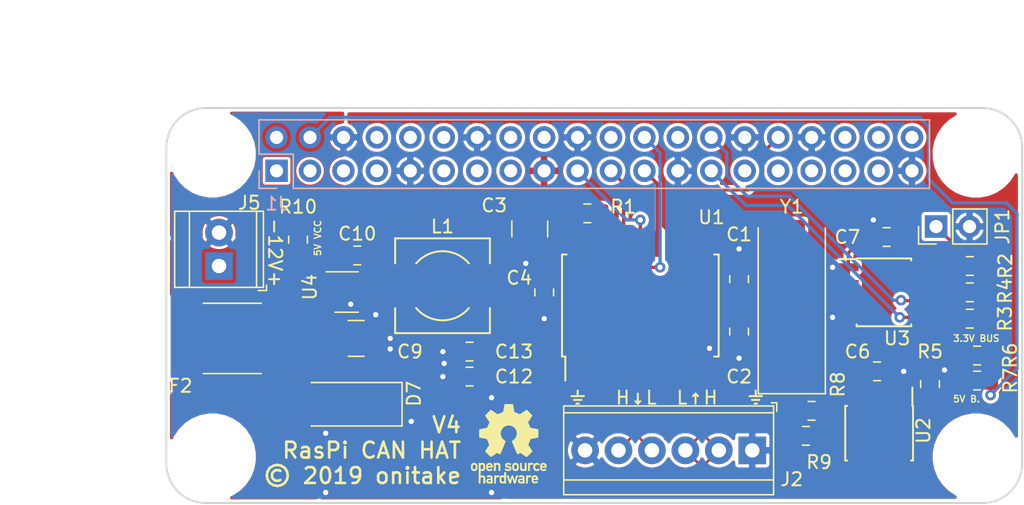
<source format=kicad_pcb>
(kicad_pcb (version 20171130) (host pcbnew 5.1.5+dfsg1-2)
  (title_block (title "CAN HAT for Raspberry Pi") (date 2019-11-12) (rev 4) (company "© 2019 Gregor Riepl"))
  (layers (0 F.Cu signal) (31 B.Cu signal) (34 B.Paste user) (35 F.Paste user) (36 B.SilkS user) (37 F.SilkS user) (38 B.Mask user) (39 F.Mask user) (44 Edge.Cuts user))
  (net 0 "")
  (net 1 "Net-(C1-Pad1)")
  (net 2 "Net-(C2-Pad2)")
  (net 3 GND)
  (net 4 /~INT)
  (net 5 /SCK)
  (net 6 /MOSI)
  (net 7 /MISO)
  (net 8 /~CS)
  (net 9 "Net-(R1-Pad1)")
  (net 10 +3V3)
  (net 11 /ID_SD)
  (net 12 /ID_SC)
  (net 13 "Net-(JP1-Pad1)")
  (net 14 /TX)
  (net 15 /RX)
  (net 16 /CAN_P)
  (net 17 /CAN_N)
  (net 18 "Net-(R5-Pad2)")
  (net 19 +5V)
  (net 20 VBUS)
  (net 21 "Net-(R8-Pad1)")
  (net 22 "Net-(R9-Pad1)")
  (net 23 +12V)
  (net 24 "Net-(C10-Pad2)")
  (net 25 "Net-(C10-Pad1)")
  (net 26 "Net-(C9-Pad1)")
  (net 27 "Net-(F2-Pad1)")
  (net 28 /GPIO19)
  (net 29 /GPIO26)
  (net 30 /GPIO20)
  (net 31 /GPIO21)
  (module Resistor_SMD:R_0805_2012Metric_Pad1.15x1.40mm_HandSolder (layer F.Cu) (at 101.575 68.8)
    (fp_text reference R6 (at 2.5 0 90) (layer F.SilkS))
    (fp_text value DNP/0)
    (pad 1 smd roundrect (at -1.025 0) (size 1.15 1.4) (layers F.Cu F.Paste F.Mask) (roundrect_rratio 0.217391) (net 20 VBUS))
    (pad 2 smd roundrect (at 1.025 0) (size 1.15 1.4) (layers F.Cu F.Paste F.Mask) (roundrect_rratio 0.217391) (net 10 +3V3))
  )
  (module Capacitor_SMD:C_0805_2012Metric_Pad1.15x1.40mm_HandSolder (layer F.Cu) (at 83.5 63 90)
    (fp_text reference C1 (at 3.4 0 -180) (layer F.SilkS))
    (fp_text value 22p)
    (pad 2 smd roundrect (at 1.025 0 90) (size 1.15 1.4) (layers F.Cu F.Paste F.Mask) (roundrect_rratio 0.217391) (net 3 GND))
    (pad 1 smd roundrect (at -1.025 0 90) (size 1.15 1.4) (layers F.Cu F.Paste F.Mask) (roundrect_rratio 0.217391) (net 1 "Net-(C1-Pad1)"))
  )
  (module Capacitor_SMD:C_0805_2012Metric_Pad1.15x1.40mm_HandSolder (layer F.Cu) (at 83.5 66.975 90)
    (fp_text reference C2 (at -3.425 0 -180) (layer F.SilkS))
    (fp_text value 22p)
    (pad 2 smd roundrect (at 1.025 0 90) (size 1.15 1.4) (layers F.Cu F.Paste F.Mask) (roundrect_rratio 0.217391) (net 2 "Net-(C2-Pad2)"))
    (pad 1 smd roundrect (at -1.025 0 90) (size 1.15 1.4) (layers F.Cu F.Paste F.Mask) (roundrect_rratio 0.217391) (net 3 GND))
  )
  (module Capacitor_SMD:C_0805_2012Metric_Pad1.15x1.40mm_HandSolder (layer F.Cu) (at 68.7 64 270)
    (fp_text reference C4 (at -1.1 1.9) (layer F.SilkS))
    (fp_text value 100n)
    (pad 1 smd roundrect (at -1.025 0 270) (size 1.15 1.4) (layers F.Cu F.Paste F.Mask) (roundrect_rratio 0.217391) (net 10 +3V3))
    (pad 2 smd roundrect (at 1.025 0 270) (size 1.15 1.4) (layers F.Cu F.Paste F.Mask) (roundrect_rratio 0.217391) (net 3 GND))
  )
  (module Capacitor_SMD:C_0805_2012Metric_Pad1.15x1.40mm_HandSolder (layer F.Cu) (at 93.975 70)
    (fp_text reference C6 (at -1.475 -1.5 -180) (layer F.SilkS))
    (fp_text value 100n)
    (pad 2 smd roundrect (at 1.025 0) (size 1.15 1.4) (layers F.Cu F.Paste F.Mask) (roundrect_rratio 0.217391) (net 3 GND))
    (pad 1 smd roundrect (at -1.025 0) (size 1.15 1.4) (layers F.Cu F.Paste F.Mask) (roundrect_rratio 0.217391) (net 20 VBUS))
  )
  (module Connector_PinSocket_2.54mm:PinSocket_2x20_P2.54mm_Vertical (layer B.Cu) (at 48.37 54.77 270)
    (fp_text reference J1 (at 2.5 0 180) (layer B.SilkS) (effects (justify mirror)))
    (fp_text value Raspberry_Pi_2_3)
    (pad 1 thru_hole rect (at 0 0 270) (size 1.7 1.7) (drill 1) (layers *.Cu *.Mask))
    (pad 2 thru_hole oval (at -2.54 0 270) (size 1.7 1.7) (drill 1) (layers *.Cu *.Mask) (net 19 +5V))
    (pad 3 thru_hole oval (at 0 -2.54 270) (size 1.7 1.7) (drill 1) (layers *.Cu *.Mask))
    (pad 4 thru_hole oval (at -2.54 -2.54 270) (size 1.7 1.7) (drill 1) (layers *.Cu *.Mask) (net 19 +5V))
    (pad 5 thru_hole oval (at 0 -5.08 270) (size 1.7 1.7) (drill 1) (layers *.Cu *.Mask))
    (pad 6 thru_hole oval (at -2.54 -5.08 270) (size 1.7 1.7) (drill 1) (layers *.Cu *.Mask) (net 3 GND))
    (pad 7 thru_hole oval (at 0 -7.62 270) (size 1.7 1.7) (drill 1) (layers *.Cu *.Mask))
    (pad 8 thru_hole oval (at -2.54 -7.62 270) (size 1.7 1.7) (drill 1) (layers *.Cu *.Mask))
    (pad 9 thru_hole oval (at 0 -10.16 270) (size 1.7 1.7) (drill 1) (layers *.Cu *.Mask) (net 3 GND))
    (pad 10 thru_hole oval (at -2.54 -10.16 270) (size 1.7 1.7) (drill 1) (layers *.Cu *.Mask))
    (pad 11 thru_hole oval (at 0 -12.7 270) (size 1.7 1.7) (drill 1) (layers *.Cu *.Mask))
    (pad 12 thru_hole oval (at -2.54 -12.7 270) (size 1.7 1.7) (drill 1) (layers *.Cu *.Mask))
    (pad 13 thru_hole oval (at 0 -15.24 270) (size 1.7 1.7) (drill 1) (layers *.Cu *.Mask))
    (pad 14 thru_hole oval (at -2.54 -15.24 270) (size 1.7 1.7) (drill 1) (layers *.Cu *.Mask) (net 3 GND))
    (pad 15 thru_hole oval (at 0 -17.78 270) (size 1.7 1.7) (drill 1) (layers *.Cu *.Mask))
    (pad 16 thru_hole oval (at -2.54 -17.78 270) (size 1.7 1.7) (drill 1) (layers *.Cu *.Mask))
    (pad 17 thru_hole oval (at 0 -20.32 270) (size 1.7 1.7) (drill 1) (layers *.Cu *.Mask) (net 10 +3V3))
    (pad 18 thru_hole oval (at -2.54 -20.32 270) (size 1.7 1.7) (drill 1) (layers *.Cu *.Mask))
    (pad 19 thru_hole oval (at 0 -22.86 270) (size 1.7 1.7) (drill 1) (layers *.Cu *.Mask) (net 6 /MOSI))
    (pad 20 thru_hole oval (at -2.54 -22.86 270) (size 1.7 1.7) (drill 1) (layers *.Cu *.Mask) (net 3 GND))
    (pad 21 thru_hole oval (at 0 -25.4 270) (size 1.7 1.7) (drill 1) (layers *.Cu *.Mask) (net 7 /MISO))
    (pad 22 thru_hole oval (at -2.54 -25.4 270) (size 1.7 1.7) (drill 1) (layers *.Cu *.Mask))
    (pad 23 thru_hole oval (at 0 -27.94 270) (size 1.7 1.7) (drill 1) (layers *.Cu *.Mask) (net 5 /SCK))
    (pad 24 thru_hole oval (at -2.54 -27.94 270) (size 1.7 1.7) (drill 1) (layers *.Cu *.Mask) (net 8 /~CS))
    (pad 25 thru_hole oval (at 0 -30.48 270) (size 1.7 1.7) (drill 1) (layers *.Cu *.Mask) (net 3 GND))
    (pad 26 thru_hole oval (at -2.54 -30.48 270) (size 1.7 1.7) (drill 1) (layers *.Cu *.Mask))
    (pad 27 thru_hole oval (at 0 -33.02 270) (size 1.7 1.7) (drill 1) (layers *.Cu *.Mask) (net 11 /ID_SD))
    (pad 28 thru_hole oval (at -2.54 -33.02 270) (size 1.7 1.7) (drill 1) (layers *.Cu *.Mask) (net 12 /ID_SC))
    (pad 29 thru_hole oval (at 0 -35.56 270) (size 1.7 1.7) (drill 1) (layers *.Cu *.Mask))
    (pad 30 thru_hole oval (at -2.54 -35.56 270) (size 1.7 1.7) (drill 1) (layers *.Cu *.Mask) (net 3 GND))
    (pad 31 thru_hole oval (at 0 -38.1 270) (size 1.7 1.7) (drill 1) (layers *.Cu *.Mask))
    (pad 32 thru_hole oval (at -2.54 -38.1 270) (size 1.7 1.7) (drill 1) (layers *.Cu *.Mask) (net 4 /~INT))
    (pad 33 thru_hole oval (at 0 -40.64 270) (size 1.7 1.7) (drill 1) (layers *.Cu *.Mask))
    (pad 34 thru_hole oval (at -2.54 -40.64 270) (size 1.7 1.7) (drill 1) (layers *.Cu *.Mask) (net 3 GND))
    (pad 35 thru_hole oval (at 0 -43.18 270) (size 1.7 1.7) (drill 1) (layers *.Cu *.Mask) (net 28 /GPIO19))
    (pad 36 thru_hole oval (at -2.54 -43.18 270) (size 1.7 1.7) (drill 1) (layers *.Cu *.Mask))
    (pad 37 thru_hole oval (at 0 -45.72 270) (size 1.7 1.7) (drill 1) (layers *.Cu *.Mask) (net 29 /GPIO26))
    (pad 38 thru_hole oval (at -2.54 -45.72 270) (size 1.7 1.7) (drill 1) (layers *.Cu *.Mask) (net 30 /GPIO20))
    (pad 39 thru_hole oval (at 0 -48.26 270) (size 1.7 1.7) (drill 1) (layers *.Cu *.Mask) (net 3 GND))
    (pad 40 thru_hole oval (at -2.54 -48.26 270) (size 1.7 1.7) (drill 1) (layers *.Cu *.Mask) (net 31 /GPIO21))
  )
  (module Resistor_SMD:R_0805_2012Metric_Pad1.15x1.40mm_HandSolder (layer F.Cu) (at 71.975 58 180)
    (fp_text reference R1 (at -2.725 0.5 180) (layer F.SilkS))
    (fp_text value 10k)
    (pad 1 smd roundrect (at -1.025 0 180) (size 1.15 1.4) (layers F.Cu F.Paste F.Mask) (roundrect_rratio 0.217391) (net 9 "Net-(R1-Pad1)"))
    (pad 2 smd roundrect (at 1.025 0 180) (size 1.15 1.4) (layers F.Cu F.Paste F.Mask) (roundrect_rratio 0.217391) (net 10 +3V3))
  )
  (module Package_SO:SOIC-18W_7.5x11.6mm_P1.27mm (layer F.Cu) (at 76 65 90)
    (fp_text reference U1 (at 6.7 5.4 180) (layer F.SilkS))
    (fp_text value MCP2515-xSO)
    (pad 1 smd rect (at -4.7 -5.08 90) (size 2 0.6) (layers F.Cu F.Paste F.Mask) (net 22 "Net-(R9-Pad1)"))
    (pad 2 smd rect (at -4.7 -3.81 90) (size 2 0.6) (layers F.Cu F.Paste F.Mask) (net 21 "Net-(R8-Pad1)"))
    (pad 3 smd rect (at -4.7 -2.54 90) (size 2 0.6) (layers F.Cu F.Paste F.Mask))
    (pad 4 smd rect (at -4.7 -1.27 90) (size 2 0.6) (layers F.Cu F.Paste F.Mask))
    (pad 5 smd rect (at -4.7 0 90) (size 2 0.6) (layers F.Cu F.Paste F.Mask))
    (pad 6 smd rect (at -4.7 1.27 90) (size 2 0.6) (layers F.Cu F.Paste F.Mask))
    (pad 7 smd rect (at -4.7 2.54 90) (size 2 0.6) (layers F.Cu F.Paste F.Mask) (net 1 "Net-(C1-Pad1)"))
    (pad 8 smd rect (at -4.7 3.81 90) (size 2 0.6) (layers F.Cu F.Paste F.Mask) (net 2 "Net-(C2-Pad2)"))
    (pad 9 smd rect (at -4.7 5.08 90) (size 2 0.6) (layers F.Cu F.Paste F.Mask) (net 3 GND))
    (pad 10 smd rect (at 4.7 5.08 90) (size 2 0.6) (layers F.Cu F.Paste F.Mask))
    (pad 11 smd rect (at 4.7 3.81 90) (size 2 0.6) (layers F.Cu F.Paste F.Mask))
    (pad 12 smd rect (at 4.7 2.54 90) (size 2 0.6) (layers F.Cu F.Paste F.Mask) (net 4 /~INT))
    (pad 13 smd rect (at 4.7 1.27 90) (size 2 0.6) (layers F.Cu F.Paste F.Mask) (net 5 /SCK))
    (pad 14 smd rect (at 4.7 0 90) (size 2 0.6) (layers F.Cu F.Paste F.Mask) (net 6 /MOSI))
    (pad 15 smd rect (at 4.7 -1.27 90) (size 2 0.6) (layers F.Cu F.Paste F.Mask) (net 7 /MISO))
    (pad 16 smd rect (at 4.7 -2.54 90) (size 2 0.6) (layers F.Cu F.Paste F.Mask) (net 8 /~CS))
    (pad 17 smd rect (at 4.7 -3.81 90) (size 2 0.6) (layers F.Cu F.Paste F.Mask) (net 9 "Net-(R1-Pad1)"))
    (pad 18 smd rect (at 4.7 -5.08 90) (size 2 0.6) (layers F.Cu F.Paste F.Mask) (net 10 +3V3))
  )
  (module Package_SO:SOIC-8_3.9x4.9mm_P1.27mm (layer F.Cu) (at 94.135 74.7 270)
    (fp_text reference U2 (at -0.2 -3.365 270) (layer F.SilkS))
    (fp_text value SN65HVD234)
    (pad 1 smd rect (at -2.7 -1.905 270) (size 1.55 0.6) (layers F.Cu F.Paste F.Mask) (net 14 /TX))
    (pad 2 smd rect (at -2.7 -0.635 270) (size 1.55 0.6) (layers F.Cu F.Paste F.Mask) (net 3 GND))
    (pad 3 smd rect (at -2.7 0.635 270) (size 1.55 0.6) (layers F.Cu F.Paste F.Mask) (net 20 VBUS))
    (pad 4 smd rect (at -2.7 1.905 270) (size 1.55 0.6) (layers F.Cu F.Paste F.Mask) (net 15 /RX))
    (pad 5 smd rect (at 2.7 1.905 270) (size 1.55 0.6) (layers F.Cu F.Paste F.Mask))
    (pad 6 smd rect (at 2.7 0.635 270) (size 1.55 0.6) (layers F.Cu F.Paste F.Mask) (net 17 /CAN_N))
    (pad 7 smd rect (at 2.7 -0.635 270) (size 1.55 0.6) (layers F.Cu F.Paste F.Mask) (net 16 /CAN_P))
    (pad 8 smd rect (at 2.7 -1.905 270) (size 1.55 0.6) (layers F.Cu F.Paste F.Mask) (net 18 "Net-(R5-Pad2)"))
  )
  (module MountingHole:MountingHole_2.7mm (layer F.Cu) (at 43.5 53.5)
    (fp_text reference H1 hide)
    (fp_text value NW)
    (pad "" np_thru_hole circle (at 0 0) (size 2.75 2.75) (drill 2.75) (layers *.Cu *.Mask) (clearance 1.925))
  )
  (module MountingHole:MountingHole_2.7mm (layer F.Cu) (at 43.5 76.5)
    (fp_text reference H2 hide)
    (fp_text value SW)
    (pad "" np_thru_hole circle (at 0 0) (size 2.75 2.75) (drill 2.75) (layers *.Cu *.Mask) (clearance 1.925))
  )
  (module MountingHole:MountingHole_2.7mm (layer F.Cu) (at 101.5 53.5)
    (fp_text reference H3 hide)
    (fp_text value NE)
    (pad "" np_thru_hole circle (at 0 0) (size 2.75 2.75) (drill 2.75) (layers *.Cu *.Mask) (clearance 1.925))
  )
  (module MountingHole:MountingHole_2.7mm (layer F.Cu) (at 101.5 76.5)
    (fp_text reference H4 hide)
    (fp_text value SE)
    (pad "" np_thru_hole circle (at 0 0) (size 2.75 2.75) (drill 2.75) (layers *.Cu *.Mask) (clearance 1.925))
  )
  (module Capacitor_SMD:C_0805_2012Metric_Pad1.15x1.40mm_HandSolder (layer F.Cu) (at 94.7 59.8 180)
    (fp_text reference C7 (at 2.975 0 180) (layer F.SilkS))
    (fp_text value 100n)
    (pad 1 smd roundrect (at -1.025 0 180) (size 1.15 1.4) (layers F.Cu F.Paste F.Mask) (roundrect_rratio 0.217391) (net 10 +3V3))
    (pad 2 smd roundrect (at 1.025 0 180) (size 1.15 1.4) (layers F.Cu F.Paste F.Mask) (roundrect_rratio 0.217391) (net 3 GND))
  )
  (module Connector_PinHeader_2.54mm:PinHeader_1x02_P2.54mm_Vertical (layer F.Cu) (at 98.46 59 90)
    (fp_text reference JP1 (at 0 5.04 90) (layer F.SilkS))
    (fp_text value "Write Enable")
    (pad 1 thru_hole rect (at 0 0 90) (size 1.7 1.7) (drill 1) (layers *.Cu *.Mask) (net 13 "Net-(JP1-Pad1)"))
    (pad 2 thru_hole oval (at 0 2.54 90) (size 1.7 1.7) (drill 1) (layers *.Cu *.Mask) (net 3 GND))
  )
  (module Resistor_SMD:R_0805_2012Metric_Pad1.15x1.40mm_HandSolder (layer F.Cu) (at 101.025 62 180)
    (fp_text reference R2 (at -2.7 0 270) (layer F.SilkS))
    (fp_text value 1k)
    (pad 1 smd roundrect (at -1.025 0 180) (size 1.15 1.4) (layers F.Cu F.Paste F.Mask) (roundrect_rratio 0.217391) (net 10 +3V3))
    (pad 2 smd roundrect (at 1.025 0 180) (size 1.15 1.4) (layers F.Cu F.Paste F.Mask) (roundrect_rratio 0.217391) (net 13 "Net-(JP1-Pad1)"))
  )
  (module Package_SO:SOIC-8_3.9x4.9mm_P1.27mm (layer F.Cu) (at 94.5 64)
    (fp_text reference U3 (at 1 3.5) (layer F.SilkS))
    (fp_text value AT24C32-SSHM)
    (pad 1 smd rect (at -2.7 -1.905) (size 1.55 0.6) (layers F.Cu F.Paste F.Mask) (net 3 GND))
    (pad 2 smd rect (at -2.7 -0.635) (size 1.55 0.6) (layers F.Cu F.Paste F.Mask) (net 3 GND))
    (pad 3 smd rect (at -2.7 0.635) (size 1.55 0.6) (layers F.Cu F.Paste F.Mask) (net 3 GND))
    (pad 4 smd rect (at -2.7 1.905) (size 1.55 0.6) (layers F.Cu F.Paste F.Mask) (net 3 GND))
    (pad 5 smd rect (at 2.7 1.905) (size 1.55 0.6) (layers F.Cu F.Paste F.Mask) (net 11 /ID_SD))
    (pad 6 smd rect (at 2.7 0.635) (size 1.55 0.6) (layers F.Cu F.Paste F.Mask) (net 12 /ID_SC))
    (pad 7 smd rect (at 2.7 -0.635) (size 1.55 0.6) (layers F.Cu F.Paste F.Mask) (net 13 "Net-(JP1-Pad1)"))
    (pad 8 smd rect (at 2.7 -1.905) (size 1.55 0.6) (layers F.Cu F.Paste F.Mask) (net 10 +3V3))
  )
  (module Resistor_SMD:R_0805_2012Metric_Pad1.15x1.40mm_HandSolder (layer F.Cu) (at 101.025 66 180)
    (fp_text reference R3 (at -2.675 0 270) (layer F.SilkS))
    (fp_text value 3k9)
    (pad 2 smd roundrect (at 1.025 0 180) (size 1.15 1.4) (layers F.Cu F.Paste F.Mask) (roundrect_rratio 0.217391) (net 11 /ID_SD))
    (pad 1 smd roundrect (at -1.025 0 180) (size 1.15 1.4) (layers F.Cu F.Paste F.Mask) (roundrect_rratio 0.217391) (net 10 +3V3))
  )
  (module Resistor_SMD:R_0805_2012Metric_Pad1.15x1.40mm_HandSolder (layer F.Cu) (at 101.025 64 180)
    (fp_text reference R4 (at -2.675 0.1 270) (layer F.SilkS))
    (fp_text value 3k9)
    (pad 1 smd roundrect (at -1.025 0 180) (size 1.15 1.4) (layers F.Cu F.Paste F.Mask) (roundrect_rratio 0.217391) (net 10 +3V3))
    (pad 2 smd roundrect (at 1.025 0 180) (size 1.15 1.4) (layers F.Cu F.Paste F.Mask) (roundrect_rratio 0.217391) (net 12 /ID_SC))
  )
  (module Symbol:OSHW-Logo_5.7x6mm_SilkScreen (layer F.Cu) (at 66 75.5)
    (fp_text reference OSHW1 hide)
    (fp_text value Logo_Open_Hardware_Small hide)
  )
  (module Resistor_SMD:R_0805_2012Metric_Pad1.15x1.40mm_HandSolder (layer F.Cu) (at 98 70.975 270)
    (fp_text reference R5 (at -2.475 0 180) (layer F.SilkS))
    (fp_text value 0)
    (pad 2 smd roundrect (at 1.025 0 270) (size 1.15 1.4) (layers F.Cu F.Paste F.Mask) (roundrect_rratio 0.217391) (net 18 "Net-(R5-Pad2)"))
    (pad 1 smd roundrect (at -1.025 0 270) (size 1.15 1.4) (layers F.Cu F.Paste F.Mask) (roundrect_rratio 0.217391) (net 3 GND))
  )
  (module Crystal:Crystal_SMD_HC49-SD (layer F.Cu) (at 87.5 65 90)
    (fp_text reference Y1 (at 7.5 0 180) (layer F.SilkS))
    (fp_text value 16MHz)
    (pad 1 smd rect (at -4.25 0 90) (size 4.5 2) (layers F.Cu F.Paste F.Mask) (net 2 "Net-(C2-Pad2)"))
    (pad 2 smd rect (at 4.25 0 90) (size 4.5 2) (layers F.Cu F.Paste F.Mask) (net 1 "Net-(C1-Pad1)"))
  )
  (module Resistor_SMD:R_0805_2012Metric_Pad1.15x1.40mm_HandSolder (layer F.Cu) (at 101.575 70.7 180)
    (fp_text reference R7 (at -2.525 0 90) (layer F.SilkS))
    (fp_text value 0/DNP)
    (pad 2 smd roundrect (at 1.025 0 180) (size 1.15 1.4) (layers F.Cu F.Paste F.Mask) (roundrect_rratio 0.217391) (net 20 VBUS))
    (pad 1 smd roundrect (at -1.025 0 180) (size 1.15 1.4) (layers F.Cu F.Paste F.Mask) (roundrect_rratio 0.217391) (net 19 +5V))
  )
  (module TerminalBlock_TE-Connectivity:TerminalBlock_TE_282834-6_1x06_P2.54mm_Horizontal (layer F.Cu) (at 84.5 76 180)
    (fp_text reference J2 (at -3 -2.2) (layer F.SilkS))
    (fp_text value "CAN In/Out/GND")
    (pad 1 thru_hole rect (at 0 0 180) (size 2.1 2.1) (drill 1.1) (layers *.Cu *.Mask) (net 3 GND))
    (pad 2 thru_hole circle (at 2.54 0 180) (size 2.1 2.1) (drill 1.1) (layers *.Cu *.Mask) (net 16 /CAN_P))
    (pad 3 thru_hole circle (at 5.08 0 180) (size 2.1 2.1) (drill 1.1) (layers *.Cu *.Mask) (net 17 /CAN_N))
    (pad 4 thru_hole circle (at 7.62 0 180) (size 2.1 2.1) (drill 1.1) (layers *.Cu *.Mask) (net 17 /CAN_N))
    (pad 5 thru_hole circle (at 10.16 0 180) (size 2.1 2.1) (drill 1.1) (layers *.Cu *.Mask) (net 16 /CAN_P))
    (pad 6 thru_hole circle (at 12.7 0 180) (size 2.1 2.1) (drill 1.1) (layers *.Cu *.Mask) (net 3 GND))
  )
  (module Resistor_SMD:R_0805_2012Metric_Pad1.15x1.40mm_HandSolder (layer F.Cu) (at 89 73)
    (fp_text reference R8 (at 2 -2 270) (layer F.SilkS))
    (fp_text value 1k)
    (pad 2 smd roundrect (at 1.025 0) (size 1.15 1.4) (layers F.Cu F.Paste F.Mask) (roundrect_rratio 0.217391) (net 15 /RX))
    (pad 1 smd roundrect (at -1.025 0) (size 1.15 1.4) (layers F.Cu F.Paste F.Mask) (roundrect_rratio 0.217391) (net 21 "Net-(R8-Pad1)"))
  )
  (module Resistor_SMD:R_0805_2012Metric_Pad1.15x1.40mm_HandSolder (layer F.Cu) (at 88.575 74.9)
    (fp_text reference R9 (at 1 2) (layer F.SilkS))
    (fp_text value 1k)
    (pad 1 smd roundrect (at -1.025 0) (size 1.15 1.4) (layers F.Cu F.Paste F.Mask) (roundrect_rratio 0.217391) (net 22 "Net-(R9-Pad1)"))
    (pad 2 smd roundrect (at 1.025 0) (size 1.15 1.4) (layers F.Cu F.Paste F.Mask) (roundrect_rratio 0.217391) (net 14 /TX))
  )
  (module Fuse:Fuse_2920_7451Metric_Pad2.10x5.45mm_HandSolder (layer F.Cu) (at 45 67.5)
    (fp_text reference F2 (at -3.925 3.6) (layer F.SilkS))
    (fp_text value 2920L200)
    (pad 1 smd roundrect (at -3.475 0) (size 2.1 5.45) (layers F.Cu F.Paste F.Mask) (roundrect_rratio 0.119) (net 27 "Net-(F2-Pad1)"))
    (pad 2 smd roundrect (at 3.475 0) (size 2.1 5.45) (layers F.Cu F.Paste F.Mask) (roundrect_rratio 0.119) (net 23 +12V))
  )
  (module TerminalBlock_TE-Connectivity:TerminalBlock_TE_282834-2_1x02_P2.54mm_Horizontal (layer F.Cu) (at 44 62 90)
    (fp_text reference J5 (at 4.8 2.3 180) (layer F.SilkS))
    (fp_text value 12V)
    (pad 2 thru_hole circle (at 2.54 0 90) (size 2.1 2.1) (drill 1.1) (layers *.Cu *.Mask) (net 3 GND))
    (pad 1 thru_hole rect (at 0 0 90) (size 2.1 2.1) (drill 1.1) (layers *.Cu *.Mask) (net 27 "Net-(F2-Pad1)"))
  )
  (module Package_TO_SOT_SMD:TSOT-23-6 (layer F.Cu) (at 53.69 63.95)
    (fp_text reference U4 (at -2.79 -0.35 90) (layer F.SilkS))
    (fp_text value AP63205)
    (pad 1 smd rect (at -1.31 -0.95) (size 1.22 0.65) (layers F.Cu F.Paste F.Mask) (net 24 "Net-(C10-Pad2)"))
    (pad 2 smd rect (at -1.31 0) (size 1.22 0.65) (layers F.Cu F.Paste F.Mask) (net 26 "Net-(C9-Pad1)"))
    (pad 3 smd rect (at -1.31 0.95) (size 1.22 0.65) (layers F.Cu F.Paste F.Mask) (net 26 "Net-(C9-Pad1)"))
    (pad 4 smd rect (at 1.31 0.95) (size 1.22 0.65) (layers F.Cu F.Paste F.Mask) (net 3 GND))
    (pad 5 smd rect (at 1.31 0) (size 1.22 0.65) (layers F.Cu F.Paste F.Mask) (net 24 "Net-(C10-Pad2)"))
    (pad 6 smd rect (at 1.31 -0.95) (size 1.22 0.65) (layers F.Cu F.Paste F.Mask) (net 25 "Net-(C10-Pad1)"))
  )
  (module Capacitor_SMD:C_1210_3225Metric_Pad1.42x2.65mm_HandSolder (layer F.Cu) (at 54.4125 67.5)
    (fp_text reference C9 (at 4.0875 1 180) (layer F.SilkS))
    (fp_text value 10u)
    (pad 1 smd roundrect (at -1.4875 0) (size 1.425 2.65) (layers F.Cu F.Paste F.Mask) (roundrect_rratio 0.175439) (net 26 "Net-(C9-Pad1)"))
    (pad 2 smd roundrect (at 1.4875 0) (size 1.425 2.65) (layers F.Cu F.Paste F.Mask) (roundrect_rratio 0.175439) (net 3 GND))
  )
  (module Capacitor_SMD:C_0805_2012Metric_Pad1.15x1.40mm_HandSolder (layer F.Cu) (at 54.5 61.2)
    (fp_text reference C10 (at 0 -1.65) (layer F.SilkS))
    (fp_text value 100n)
    (pad 1 smd roundrect (at -1.025 0) (size 1.15 1.4) (layers F.Cu F.Paste F.Mask) (roundrect_rratio 0.217391) (net 25 "Net-(C10-Pad1)"))
    (pad 2 smd roundrect (at 1.025 0) (size 1.15 1.4) (layers F.Cu F.Paste F.Mask) (roundrect_rratio 0.217391) (net 24 "Net-(C10-Pad2)"))
  )
  (module Capacitor_SMD:C_0805_2012Metric_Pad1.15x1.40mm_HandSolder (layer F.Cu) (at 63.025 70.4 180)
    (fp_text reference C12 (at -3.375 0) (layer F.SilkS))
    (fp_text value 22u)
    (pad 1 smd roundrect (at -1.025 0 180) (size 1.15 1.4) (layers F.Cu F.Paste F.Mask) (roundrect_rratio 0.217391) (net 19 +5V))
    (pad 2 smd roundrect (at 1.025 0 180) (size 1.15 1.4) (layers F.Cu F.Paste F.Mask) (roundrect_rratio 0.217391) (net 3 GND))
  )
  (module Capacitor_SMD:C_0805_2012Metric_Pad1.15x1.40mm_HandSolder (layer F.Cu) (at 63.025 68.5 180)
    (fp_text reference C13 (at -3.375 0) (layer F.SilkS))
    (fp_text value 22u)
    (pad 2 smd roundrect (at 1.025 0 180) (size 1.15 1.4) (layers F.Cu F.Paste F.Mask) (roundrect_rratio 0.217391) (net 3 GND))
    (pad 1 smd roundrect (at -1.025 0 180) (size 1.15 1.4) (layers F.Cu F.Paste F.Mask) (roundrect_rratio 0.217391) (net 19 +5V))
  )
  (module Diode_SMD:D_SMA_Handsoldering (layer F.Cu) (at 53.5 72.5 180)
    (fp_text reference D7 (at -5.3 0.8 90) (layer F.SilkS))
    (fp_text value SS24)
    (pad 1 smd rect (at -2.5 0 180) (size 3.5 1.8) (layers F.Cu F.Paste F.Mask) (net 26 "Net-(C9-Pad1)"))
    (pad 2 smd rect (at 2.5 0 180) (size 3.5 1.8) (layers F.Cu F.Paste F.Mask) (net 23 +12V))
  )
  (module Capacitor_SMD:C_1210_3225Metric_Pad1.42x2.65mm_HandSolder (layer F.Cu) (at 67.6 59.1875 270)
    (fp_text reference C3 (at -1.7875 2.7 180) (layer F.SilkS))
    (fp_text value 10u)
    (pad 1 smd roundrect (at -1.4875 0 270) (size 1.425 2.65) (layers F.Cu F.Paste F.Mask) (roundrect_rratio 0.175439) (net 10 +3V3))
    (pad 2 smd roundrect (at 1.4875 0 270) (size 1.425 2.65) (layers F.Cu F.Paste F.Mask) (roundrect_rratio 0.175439) (net 3 GND))
  )
  (module onitake:DS75LC (layer F.Cu) (at 60.975 63.5)
    (fp_text reference L1 (at 0 -4.5) (layer F.SilkS))
    (fp_text value 4.7u)
    (pad 2 smd rect (at 3.2 0) (size 2 3) (layers F.Cu F.Paste F.Mask) (net 19 +5V))
    (pad 1 smd rect (at -3.2 0) (size 2 3) (layers F.Cu F.Paste F.Mask) (net 24 "Net-(C10-Pad2)"))
  )
  (module Resistor_SMD:R_0805_2012Metric_Pad1.15x1.40mm_HandSolder (layer F.Cu) (at 50 60 270)
    (fp_text reference R10 (at -2.5 0 180) (layer F.SilkS))
    (fp_text value DNP/0)
    (pad 2 smd roundrect (at 1.025 0 270) (size 1.15 1.4) (layers F.Cu F.Paste F.Mask) (roundrect_rratio 0.217391) (net 23 +12V))
    (pad 1 smd roundrect (at -1.025 0 270) (size 1.15 1.4) (layers F.Cu F.Paste F.Mask) (roundrect_rratio 0.217391) (net 19 +5V))
  )
  (gr_text "5V VCC" (at 51.5 61.3 90) (layer F.SilkS) (effects (font (size 0.5 0.5) (thickness 0.1)) (justify left)))
  (gr_text "5V B." (at 99.7 72.1) (layer F.SilkS) (effects (font (size 0.5 0.5) (thickness 0.1)) (justify left)))
  (gr_text "3.3V BUS" (at 99.7 67.5) (layer F.SilkS) (effects (font (size 0.5 0.5) (thickness 0.1)) (justify left)))
  (gr_text -12V+ (at 48.26 61 270) (layer F.SilkS) (effects (font (size 1 1))))
  (gr_text "⏚   H↓L  L↑H   ⏚" (at 78 72) (layer F.SilkS) (effects (font (size 1 1))))
  (gr_text "V4\nRasPi CAN HAT\n© 2019 onitake" (at 62.5 76) (layer F.SilkS) (effects (font (size 1.2 1.2) (thickness 0.2)) (justify right)))
  (gr_arc (start 43 77) (end 40 77) (angle -90) (layer Edge.Cuts) (width 0.15))
  (gr_arc (start 102 77) (end 102 80) (angle -90) (layer Edge.Cuts) (width 0.15))
  (gr_arc (start 102 53) (end 105 53) (angle -90) (layer Edge.Cuts) (width 0.15))
  (gr_arc (start 43 53) (end 43 50) (angle -90) (layer Edge.Cuts) (width 0.15))
  (gr_line (start 102 50) (end 43 50) (layer Edge.Cuts) (width 0.15))
  (gr_line (start 105 77) (end 105 53) (layer Edge.Cuts) (width 0.15))
  (gr_line (start 43 80) (end 102 80) (layer Edge.Cuts) (width 0.15))
  (gr_line (start 40 53) (end 40 77) (layer Edge.Cuts) (width 0.15))
  (segment (start 83.5 64.025) (end 86.975 64.025) (width 0.25) (layer F.Cu) (net 1))
  (segment (start 87.5 63.5) (end 87.5 60.75) (width 0.25) (layer F.Cu) (net 1))
  (segment (start 86.975 64.025) (end 87.5 63.5) (width 0.25) (layer F.Cu) (net 1))
  (segment (start 82.876628 64.648372) (end 83.5 64.025) (width 0.25) (layer F.Cu) (net 1))
  (segment (start 78.54 68.985) (end 82.876628 64.648372) (width 0.25) (layer F.Cu) (net 1))
  (segment (start 78.54 69.7) (end 78.54 68.985) (width 0.25) (layer F.Cu) (net 1))
  (segment (start 83.5 65.95) (end 86.95 65.95) (width 0.25) (layer F.Cu) (net 2))
  (segment (start 87.5 66.5) (end 87.5 69.25) (width 0.25) (layer F.Cu) (net 2))
  (segment (start 86.95 65.95) (end 87.5 66.5) (width 0.25) (layer F.Cu) (net 2))
  (segment (start 82.45 65.95) (end 79.81 68.59) (width 0.25) (layer F.Cu) (net 2))
  (segment (start 83.5 65.95) (end 82.45 65.95) (width 0.25) (layer F.Cu) (net 2))
  (segment (start 79.81 69.7) (end 79.81 68.59) (width 0.25) (layer F.Cu) (net 2))
  (via (at 83.5 60.7) (size 0.8) (drill 0.4) (layers F.Cu B.Cu) (net 3))
  (segment (start 83.5 61.975) (end 83.5 60.7) (width 0.25) (layer F.Cu) (net 3))
  (via (at 93.7 58.5) (size 0.8) (drill 0.4) (layers F.Cu B.Cu) (net 3))
  (segment (start 93.675 59.8) (end 93.675 58.525) (width 0.25) (layer F.Cu) (net 3))
  (segment (start 93.675 58.525) (end 93.7 58.5) (width 0.25) (layer F.Cu) (net 3))
  (via (at 68.7 66) (size 0.8) (drill 0.4) (layers F.Cu B.Cu) (net 3))
  (segment (start 68.7 65.025) (end 68.7 66) (width 0.25) (layer F.Cu) (net 3))
  (segment (start 91.8 65.905) (end 91.8 62.095) (width 0.25) (layer F.Cu) (net 3))
  (segment (start 94.77 70.23) (end 95 70) (width 0.25) (layer F.Cu) (net 3))
  (segment (start 94.77 72) (end 94.77 70.23) (width 0.25) (layer F.Cu) (net 3))
  (via (at 83.5 69) (size 0.8) (drill 0.4) (layers F.Cu B.Cu) (net 3))
  (segment (start 83.5 68) (end 83.5 69) (width 0.25) (layer F.Cu) (net 3))
  (via (at 81.25 68.25) (size 0.8) (drill 0.4) (layers F.Cu B.Cu) (net 3))
  (segment (start 81.08 69.7) (end 81.08 68.42) (width 0.25) (layer F.Cu) (net 3))
  (segment (start 81.08 68.42) (end 81.25 68.25) (width 0.25) (layer F.Cu) (net 3))
  (segment (start 91.8 61) (end 91.8 61.545) (width 0.25) (layer F.Cu) (net 3))
  (segment (start 91.8 61.545) (end 91.8 62.095) (width 0.25) (layer F.Cu) (net 3))
  (segment (start 93 59.8) (end 91.8 61) (width 0.25) (layer F.Cu) (net 3))
  (segment (start 93.675 59.8) (end 93 59.8) (width 0.25) (layer F.Cu) (net 3))
  (via (at 99.1 69.9) (size 0.8) (drill 0.4) (layers F.Cu B.Cu) (net 3))
  (segment (start 98 69.95) (end 99.05 69.95) (width 0.25) (layer F.Cu) (net 3))
  (segment (start 99.05 69.95) (end 99.1 69.9) (width 0.25) (layer F.Cu) (net 3))
  (via (at 61.1 69.4) (size 0.8) (drill 0.4) (layers F.Cu B.Cu) (net 3))
  (segment (start 62 70.4) (end 62 70.3) (width 0.25) (layer F.Cu) (net 3))
  (segment (start 62 70.3) (end 61.1 69.4) (width 0.25) (layer F.Cu) (net 3))
  (segment (start 62 68.5) (end 61.1 69.4) (width 0.25) (layer F.Cu) (net 3))
  (via (at 54 64.9) (size 0.8) (drill 0.4) (layers F.Cu B.Cu) (net 3))
  (segment (start 55 64.9) (end 54 64.9) (width 0.25) (layer F.Cu) (net 3))
  (segment (start 55.285 64.9) (end 55.8425 65.4575) (width 0.5) (layer F.Cu) (net 3))
  (segment (start 55 64.9) (end 55.285 64.9) (width 0.5) (layer F.Cu) (net 3))
  (segment (start 55.9 65.515) (end 55.8425 65.4575) (width 0.25) (layer F.Cu) (net 3))
  (via (at 57 67.5) (size 0.8) (drill 0.4) (layers F.Cu B.Cu) (net 3))
  (segment (start 55.9 67.5) (end 57 67.5) (width 0.5) (layer F.Cu) (net 3))
  (via (at 57 68.3) (size 0.8) (drill 0.4) (layers F.Cu B.Cu) (net 3))
  (segment (start 57 67.5) (end 57 68.3) (width 0.5) (layer F.Cu) (net 3))
  (via (at 55.9 65.7) (size 0.8) (drill 0.4) (layers F.Cu B.Cu) (net 3))
  (segment (start 55.9 67.5) (end 55.9 65.7) (width 0.5) (layer F.Cu) (net 3))
  (segment (start 55.9 65.515) (end 55.9 65.7) (width 0.5) (layer F.Cu) (net 3))
  (via (at 61 68.5) (size 0.8) (drill 0.4) (layers F.Cu B.Cu) (net 3))
  (segment (start 62 68.5) (end 61 68.5) (width 0.5) (layer F.Cu) (net 3))
  (via (at 61 70.4) (size 0.8) (drill 0.4) (layers F.Cu B.Cu) (net 3))
  (segment (start 62 70.4) (end 61 70.4) (width 0.5) (layer F.Cu) (net 3))
  (via (at 67.3 61.8) (size 0.8) (drill 0.4) (layers F.Cu B.Cu) (net 3))
  (segment (start 67.6 60.675) (end 67.6 61.5) (width 0.25) (layer F.Cu) (net 3))
  (segment (start 67.6 61.5) (end 67.3 61.8) (width 0.25) (layer F.Cu) (net 3))
  (via (at 96 70) (size 0.8) (drill 0.4) (layers F.Cu B.Cu) (net 3))
  (segment (start 95 70) (end 96 70) (width 0.25) (layer F.Cu) (net 3))
  (via (at 52.1 74.7) (size 0.8) (drill 0.4) (layers F.Cu B.Cu) (net 3))
  (via (at 52.1 79.2) (size 0.8) (drill 0.4) (layers F.Cu B.Cu) (net 3))
  (via (at 64.7 79.2) (size 0.8) (drill 0.4) (layers F.Cu B.Cu) (net 3))
  (via (at 64.7 72) (size 0.8) (drill 0.4) (layers F.Cu B.Cu) (net 3))
  (via (at 58.6 73.8) (size 0.8) (drill 0.4) (layers F.Cu B.Cu) (net 3))
  (via (at 90.6 62.1) (size 0.8) (drill 0.4) (layers F.Cu B.Cu) (net 3))
  (segment (start 91.8 62.095) (end 90.605 62.095) (width 0.2) (layer F.Cu) (net 3))
  (segment (start 90.605 62.095) (end 90.6 62.1) (width 0.2) (layer F.Cu) (net 3))
  (segment (start 91.8 65.905) (end 90.605 65.905) (width 0.2) (layer F.Cu) (net 3))
  (via (at 90.6 65.9) (size 0.8) (drill 0.4) (layers F.Cu B.Cu) (net 3))
  (segment (start 90.605 65.905) (end 90.6 65.9) (width 0.2) (layer F.Cu) (net 3))
  (segment (start 78.54 59.6) (end 78.54 60.3) (width 0.25) (layer F.Cu) (net 4))
  (segment (start 84.219002 56.22) (end 81.92 56.22) (width 0.25) (layer F.Cu) (net 4))
  (segment (start 85.294999 55.144003) (end 84.219002 56.22) (width 0.25) (layer F.Cu) (net 4))
  (segment (start 85.294999 53.405001) (end 85.294999 55.144003) (width 0.25) (layer F.Cu) (net 4))
  (segment (start 86.47 52.23) (end 85.294999 53.405001) (width 0.25) (layer F.Cu) (net 4))
  (segment (start 81.92 56.22) (end 78.54 59.6) (width 0.25) (layer F.Cu) (net 4))
  (segment (start 77.27 60.3) (end 77.27 57.140726) (width 0.25) (layer F.Cu) (net 5))
  (segment (start 76.31 54.77) (end 77.27 55.73) (width 0.25) (layer F.Cu) (net 5))
  (segment (start 77.27 55.73) (end 77.27 57.140726) (width 0.25) (layer F.Cu) (net 5))
  (via (at 76 58.5) (size 0.8) (drill 0.4) (layers F.Cu B.Cu) (net 6))
  (segment (start 76 60.3) (end 76 58.5) (width 0.25) (layer F.Cu) (net 6))
  (segment (start 74.96 58.5) (end 71.23 54.77) (width 0.25) (layer B.Cu) (net 6))
  (segment (start 76 58.5) (end 74.96 58.5) (width 0.25) (layer B.Cu) (net 6))
  (segment (start 74.73 55.73) (end 73.77 54.77) (width 0.25) (layer F.Cu) (net 7))
  (segment (start 74.73 60.3) (end 74.73 55.73) (width 0.25) (layer F.Cu) (net 7))
  (segment (start 77.5 53.42) (end 76.31 52.23) (width 0.25) (layer B.Cu) (net 8))
  (segment (start 77.5 58.7) (end 77.5 53.42) (width 0.25) (layer B.Cu) (net 8))
  (segment (start 74.56 62.1) (end 77.5 62.1) (width 0.25) (layer F.Cu) (net 8))
  (segment (start 73.46 60.3) (end 73.46 61) (width 0.25) (layer F.Cu) (net 8))
  (via (at 77.5 62.1) (size 0.8) (drill 0.4) (layers F.Cu B.Cu) (net 8))
  (segment (start 73.46 61) (end 74.56 62.1) (width 0.25) (layer F.Cu) (net 8))
  (segment (start 77.5 61.534315) (end 77.5 58.7) (width 0.25) (layer B.Cu) (net 8))
  (segment (start 77.5 62.1) (end 77.5 61.534315) (width 0.25) (layer B.Cu) (net 8))
  (segment (start 72.19 58.81) (end 73 58) (width 0.25) (layer F.Cu) (net 9))
  (segment (start 72.19 60.3) (end 72.19 58.81) (width 0.25) (layer F.Cu) (net 9))
  (segment (start 102.05 66) (end 102.05 62) (width 0.25) (layer F.Cu) (net 10))
  (segment (start 95.7 59.825) (end 95.725 59.8) (width 0.25) (layer F.Cu) (net 10))
  (segment (start 97.295 66) (end 97.2 65.905) (width 0.25) (layer F.Cu) (net 11))
  (segment (start 100 66) (end 97.295 66) (width 0.25) (layer F.Cu) (net 11))
  (via (at 95.7 65.9) (size 0.8) (drill 0.4) (layers F.Cu B.Cu) (net 11))
  (segment (start 97.2 65.905) (end 95.705 65.905) (width 0.25) (layer F.Cu) (net 11))
  (segment (start 95.705 65.905) (end 95.7 65.9) (width 0.25) (layer F.Cu) (net 11))
  (segment (start 95.7 65.9) (end 87.2 57.4) (width 0.25) (layer B.Cu) (net 11))
  (segment (start 84.02 57.4) (end 81.39 54.77) (width 0.25) (layer B.Cu) (net 11))
  (segment (start 87.2 57.4) (end 84.02 57.4) (width 0.25) (layer B.Cu) (net 11))
  (segment (start 99.865 64.135) (end 100 64) (width 0.25) (layer F.Cu) (net 12))
  (segment (start 99.376628 64.623372) (end 98.873372 64.623372) (width 0.25) (layer F.Cu) (net 12))
  (segment (start 100 64) (end 99.376628 64.623372) (width 0.25) (layer F.Cu) (net 12))
  (segment (start 98.861744 64.635) (end 97.2 64.635) (width 0.25) (layer F.Cu) (net 12))
  (segment (start 98.873372 64.623372) (end 98.861744 64.635) (width 0.25) (layer F.Cu) (net 12))
  (via (at 95.8 64.6) (size 0.8) (drill 0.4) (layers F.Cu B.Cu) (net 12))
  (segment (start 97.2 64.635) (end 95.835 64.635) (width 0.25) (layer F.Cu) (net 12))
  (segment (start 95.835 64.635) (end 95.8 64.6) (width 0.25) (layer F.Cu) (net 12))
  (segment (start 95.2 64.6) (end 95.8 64.6) (width 0.25) (layer B.Cu) (net 12))
  (segment (start 82.565001 53.405001) (end 82.565001 55.144003) (width 0.25) (layer B.Cu) (net 12))
  (segment (start 84.120998 56.7) (end 87.3 56.7) (width 0.25) (layer B.Cu) (net 12))
  (segment (start 82.565001 55.144003) (end 84.120998 56.7) (width 0.25) (layer B.Cu) (net 12))
  (segment (start 81.39 52.23) (end 82.565001 53.405001) (width 0.25) (layer B.Cu) (net 12))
  (segment (start 87.3 56.7) (end 95.2 64.6) (width 0.25) (layer B.Cu) (net 12))
  (segment (start 100 60.54) (end 98.46 59) (width 0.25) (layer F.Cu) (net 13))
  (segment (start 100 62) (end 100 60.54) (width 0.25) (layer F.Cu) (net 13))
  (segment (start 98.635 63.365) (end 97.2 63.365) (width 0.25) (layer F.Cu) (net 13))
  (segment (start 100 62) (end 98.635 63.365) (width 0.25) (layer F.Cu) (net 13))
  (segment (start 96.04 72.475) (end 96.04 72) (width 0.25) (layer F.Cu) (net 14))
  (segment (start 92.2925 73.2075) (end 95.3075 73.2075) (width 0.25) (layer F.Cu) (net 14))
  (segment (start 95.3075 73.2075) (end 96.04 72.475) (width 0.25) (layer F.Cu) (net 14))
  (segment (start 90.4 74.1) (end 89.6 74.9) (width 0.25) (layer F.Cu) (net 14))
  (segment (start 91.4 74.1) (end 90.4 74.1) (width 0.25) (layer F.Cu) (net 14))
  (segment (start 91.4 74.1) (end 92.2925 73.2075) (width 0.25) (layer F.Cu) (net 14))
  (segment (start 92.23 72.475) (end 92.23 72) (width 0.25) (layer F.Cu) (net 15))
  (segment (start 91.705 73) (end 92.23 72.475) (width 0.25) (layer F.Cu) (net 15))
  (segment (start 90.025 73) (end 91.705 73) (width 0.25) (layer F.Cu) (net 15))
  (segment (start 74.34 76) (end 75.435 74.905) (width 0.2) (layer F.Cu) (net 16))
  (segment (start 75.435 74.905) (end 75.435 74.417512) (width 0.2) (layer F.Cu) (net 16))
  (segment (start 75.435 74.417512) (end 75.827512 74.025) (width 0.2) (layer F.Cu) (net 16))
  (segment (start 75.827512 74.025) (end 80.372488 74.025) (width 0.2) (layer F.Cu) (net 16))
  (segment (start 80.865 74.517512) (end 80.865 74.905) (width 0.2) (layer F.Cu) (net 16))
  (segment (start 80.372488 74.025) (end 80.865 74.517512) (width 0.2) (layer F.Cu) (net 16))
  (segment (start 80.865 74.905) (end 81.96 76) (width 0.2) (layer F.Cu) (net 16))
  (segment (start 88 78.575) (end 88.003134 78.602815) (width 0.2) (layer F.Cu) (net 16))
  (segment (start 88 77.597553) (end 88 78.575) (width 0.2) (layer F.Cu) (net 16))
  (segment (start 87.988778 77.497964) (end 88 77.597553) (width 0.2) (layer F.Cu) (net 16))
  (segment (start 88.027271 78.652936) (end 88.047063 78.672728) (width 0.2) (layer F.Cu) (net 16))
  (segment (start 88.387621 78.629235) (end 88.396865 78.602815) (width 0.2) (layer F.Cu) (net 16))
  (segment (start 88.568508 78.022641) (end 88.653366 77.969321) (width 0.2) (layer F.Cu) (net 16))
  (segment (start 94.31 75.862512) (end 94.31 76.465) (width 0.2) (layer F.Cu) (net 16))
  (segment (start 87.902358 77.318509) (end 87.955678 77.403367) (width 0.2) (layer F.Cu) (net 16))
  (segment (start 87.247963 77.161222) (end 87.347552 77.15) (width 0.2) (layer F.Cu) (net 16))
  (segment (start 88.4 78.575) (end 88.4 78.372552) (width 0.2) (layer F.Cu) (net 16))
  (segment (start 86.911221 77.497964) (end 86.944321 77.403367) (width 0.2) (layer F.Cu) (net 16))
  (segment (start 86.9 78.575) (end 86.9 77.597553) (width 0.2) (layer F.Cu) (net 16))
  (segment (start 86.052447 77.925) (end 86.152036 77.936221) (width 0.2) (layer F.Cu) (net 16))
  (segment (start 88.070764 78.687621) (end 88.097184 78.696865) (width 0.2) (layer F.Cu) (net 16))
  (segment (start 86.887621 78.629235) (end 86.896865 78.602815) (width 0.2) (layer F.Cu) (net 16))
  (segment (start 87.652036 77.161222) (end 87.746633 77.194322) (width 0.2) (layer F.Cu) (net 16))
  (segment (start 88.396865 78.602815) (end 88.4 78.575) (width 0.2) (layer F.Cu) (net 16))
  (segment (start 86.852936 78.672728) (end 86.872728 78.652936) (width 0.2) (layer F.Cu) (net 16))
  (segment (start 86.997641 77.318509) (end 87.068508 77.247642) (width 0.2) (layer F.Cu) (net 16))
  (segment (start 86.527271 78.652936) (end 86.547063 78.672728) (width 0.2) (layer F.Cu) (net 16))
  (segment (start 88.411221 78.272963) (end 88.444321 78.178366) (width 0.2) (layer F.Cu) (net 16))
  (segment (start 88.747963 77.936221) (end 88.847552 77.925) (width 0.2) (layer F.Cu) (net 16))
  (segment (start 88.497641 78.093508) (end 88.568508 78.022641) (width 0.2) (layer F.Cu) (net 16))
  (segment (start 86.896865 78.602815) (end 86.9 78.575) (width 0.2) (layer F.Cu) (net 16))
  (segment (start 80.865 77.617512) (end 81.172488 77.925) (width 0.2) (layer F.Cu) (net 16))
  (segment (start 86.829235 78.687621) (end 86.852936 78.672728) (width 0.2) (layer F.Cu) (net 16))
  (segment (start 88.329235 78.687621) (end 88.352936 78.672728) (width 0.2) (layer F.Cu) (net 16))
  (segment (start 86.246633 77.969321) (end 86.331491 78.022641) (width 0.2) (layer F.Cu) (net 16))
  (segment (start 86.402358 78.093508) (end 86.455678 78.178366) (width 0.2) (layer F.Cu) (net 16))
  (segment (start 86.775 78.7) (end 86.802815 78.696865) (width 0.2) (layer F.Cu) (net 16))
  (segment (start 86.152036 77.936221) (end 86.246633 77.969321) (width 0.2) (layer F.Cu) (net 16))
  (segment (start 88.012378 78.629235) (end 88.027271 78.652936) (width 0.2) (layer F.Cu) (net 16))
  (segment (start 87.746633 77.194322) (end 87.831491 77.247642) (width 0.2) (layer F.Cu) (net 16))
  (segment (start 86.597184 78.696865) (end 86.625 78.7) (width 0.2) (layer F.Cu) (net 16))
  (segment (start 87.955678 77.403367) (end 87.988778 77.497964) (width 0.2) (layer F.Cu) (net 16))
  (segment (start 87.552447 77.15) (end 87.652036 77.161222) (width 0.2) (layer F.Cu) (net 16))
  (segment (start 87.153366 77.194322) (end 87.247963 77.161222) (width 0.2) (layer F.Cu) (net 16))
  (segment (start 86.455678 78.178366) (end 86.488778 78.272963) (width 0.2) (layer F.Cu) (net 16))
  (segment (start 87.831491 77.247642) (end 87.902358 77.318509) (width 0.2) (layer F.Cu) (net 16))
  (segment (start 81.96 76) (end 80.865 77.095) (width 0.2) (layer F.Cu) (net 16))
  (segment (start 80.865 77.095) (end 80.865 77.617512) (width 0.2) (layer F.Cu) (net 16))
  (segment (start 86.9 77.597553) (end 86.911221 77.497964) (width 0.2) (layer F.Cu) (net 16))
  (segment (start 88.444321 78.178366) (end 88.497641 78.093508) (width 0.2) (layer F.Cu) (net 16))
  (segment (start 87.068508 77.247642) (end 87.153366 77.194322) (width 0.2) (layer F.Cu) (net 16))
  (segment (start 81.172488 77.925) (end 86.052447 77.925) (width 0.2) (layer F.Cu) (net 16))
  (segment (start 86.944321 77.403367) (end 86.997641 77.318509) (width 0.2) (layer F.Cu) (net 16))
  (segment (start 86.488778 78.272963) (end 86.5 78.372552) (width 0.2) (layer F.Cu) (net 16))
  (segment (start 86.872728 78.652936) (end 86.887621 78.629235) (width 0.2) (layer F.Cu) (net 16))
  (segment (start 86.547063 78.672728) (end 86.570764 78.687621) (width 0.2) (layer F.Cu) (net 16))
  (segment (start 86.5 78.575) (end 86.503134 78.602815) (width 0.2) (layer F.Cu) (net 16))
  (segment (start 86.503134 78.602815) (end 86.512378 78.629235) (width 0.2) (layer F.Cu) (net 16))
  (segment (start 86.512378 78.629235) (end 86.527271 78.652936) (width 0.2) (layer F.Cu) (net 16))
  (segment (start 86.5 78.372552) (end 86.5 78.575) (width 0.2) (layer F.Cu) (net 16))
  (segment (start 86.331491 78.022641) (end 86.402358 78.093508) (width 0.2) (layer F.Cu) (net 16))
  (segment (start 88.047063 78.672728) (end 88.070764 78.687621) (width 0.2) (layer F.Cu) (net 16))
  (segment (start 94.31 76.465) (end 94.77 76.925) (width 0.2) (layer F.Cu) (net 16))
  (segment (start 88.097184 78.696865) (end 88.125 78.7) (width 0.2) (layer F.Cu) (net 16))
  (segment (start 88.275 78.7) (end 88.302815 78.696865) (width 0.2) (layer F.Cu) (net 16))
  (segment (start 88.352936 78.672728) (end 88.372728 78.652936) (width 0.2) (layer F.Cu) (net 16))
  (segment (start 88.372728 78.652936) (end 88.387621 78.629235) (width 0.2) (layer F.Cu) (net 16))
  (segment (start 87.347552 77.15) (end 87.552447 77.15) (width 0.2) (layer F.Cu) (net 16))
  (segment (start 88.4 78.372552) (end 88.411221 78.272963) (width 0.2) (layer F.Cu) (net 16))
  (segment (start 89.427512 77.925) (end 91.927512 75.425) (width 0.2) (layer F.Cu) (net 16))
  (segment (start 88.653366 77.969321) (end 88.747963 77.936221) (width 0.2) (layer F.Cu) (net 16))
  (segment (start 88.847552 77.925) (end 89.427512 77.925) (width 0.2) (layer F.Cu) (net 16))
  (segment (start 91.927512 75.425) (end 93.872488 75.425) (width 0.2) (layer F.Cu) (net 16))
  (segment (start 88.003134 78.602815) (end 88.012378 78.629235) (width 0.2) (layer F.Cu) (net 16))
  (segment (start 93.872488 75.425) (end 94.31 75.862512) (width 0.2) (layer F.Cu) (net 16))
  (segment (start 86.802815 78.696865) (end 86.829235 78.687621) (width 0.2) (layer F.Cu) (net 16))
  (segment (start 94.77 76.925) (end 94.77 77.4) (width 0.2) (layer F.Cu) (net 16))
  (segment (start 86.625 78.7) (end 86.775 78.7) (width 0.2) (layer F.Cu) (net 16))
  (segment (start 88.302815 78.696865) (end 88.329235 78.687621) (width 0.2) (layer F.Cu) (net 16))
  (segment (start 86.570764 78.687621) (end 86.597184 78.696865) (width 0.2) (layer F.Cu) (net 16))
  (segment (start 88.125 78.7) (end 88.275 78.7) (width 0.2) (layer F.Cu) (net 16))
  (segment (start 79.42 76) (end 80.515 74.905) (width 0.2) (layer F.Cu) (net 17))
  (segment (start 80.515 74.662488) (end 80.227512 74.375) (width 0.2) (layer F.Cu) (net 17))
  (segment (start 80.515 74.905) (end 80.515 74.662488) (width 0.2) (layer F.Cu) (net 17))
  (segment (start 78.658243 74.382522) (end 78.725 74.375) (width 0.2) (layer F.Cu) (net 17))
  (segment (start 78.594834 74.40471) (end 78.658243 74.382522) (width 0.2) (layer F.Cu) (net 17))
  (segment (start 78.537953 74.440451) (end 78.594834 74.40471) (width 0.2) (layer F.Cu) (net 17))
  (segment (start 78.49045 74.487954) (end 78.537953 74.440451) (width 0.2) (layer F.Cu) (net 17))
  (segment (start 78.454709 74.544835) (end 78.49045 74.487954) (width 0.2) (layer F.Cu) (net 17))
  (segment (start 78.425 74.675) (end 78.432521 74.608244) (width 0.2) (layer F.Cu) (net 17))
  (segment (start 78.432521 74.608244) (end 78.454709 74.544835) (width 0.2) (layer F.Cu) (net 17))
  (segment (start 78.425 74.914408) (end 78.425 74.675) (width 0.2) (layer F.Cu) (net 17))
  (segment (start 78.39529 75.044574) (end 78.417478 74.981165) (width 0.2) (layer F.Cu) (net 17))
  (segment (start 78.359549 75.101455) (end 78.39529 75.044574) (width 0.2) (layer F.Cu) (net 17))
  (segment (start 77.825 74.675) (end 77.825 74.914408) (width 0.2) (layer F.Cu) (net 17))
  (segment (start 77.817478 74.608244) (end 77.825 74.675) (width 0.2) (layer F.Cu) (net 17))
  (segment (start 77.79529 74.544835) (end 77.817478 74.608244) (width 0.2) (layer F.Cu) (net 17))
  (segment (start 77.712046 74.440451) (end 77.759549 74.487954) (width 0.2) (layer F.Cu) (net 17))
  (segment (start 77.89045 75.101455) (end 77.937953 75.148958) (width 0.2) (layer F.Cu) (net 17))
  (segment (start 75.785 74.562488) (end 75.972488 74.375) (width 0.2) (layer F.Cu) (net 17))
  (segment (start 75.972488 74.375) (end 77.525 74.375) (width 0.2) (layer F.Cu) (net 17))
  (segment (start 77.825 74.914408) (end 77.832521 74.981165) (width 0.2) (layer F.Cu) (net 17))
  (segment (start 77.525 74.375) (end 77.591756 74.382522) (width 0.2) (layer F.Cu) (net 17))
  (segment (start 78.417478 74.981165) (end 78.425 74.914408) (width 0.2) (layer F.Cu) (net 17))
  (segment (start 75.785 74.905) (end 75.785 74.562488) (width 0.2) (layer F.Cu) (net 17))
  (segment (start 76.88 76) (end 75.785 74.905) (width 0.2) (layer F.Cu) (net 17))
  (segment (start 77.937953 75.148958) (end 77.994834 75.184699) (width 0.2) (layer F.Cu) (net 17))
  (segment (start 77.832521 74.981165) (end 77.854709 75.044574) (width 0.2) (layer F.Cu) (net 17))
  (segment (start 77.854709 75.044574) (end 77.89045 75.101455) (width 0.2) (layer F.Cu) (net 17))
  (segment (start 78.058243 75.206887) (end 78.125 75.214408) (width 0.2) (layer F.Cu) (net 17))
  (segment (start 78.125 75.214408) (end 78.191756 75.206887) (width 0.2) (layer F.Cu) (net 17))
  (segment (start 78.191756 75.206887) (end 78.255165 75.184699) (width 0.2) (layer F.Cu) (net 17))
  (segment (start 77.759549 74.487954) (end 77.79529 74.544835) (width 0.2) (layer F.Cu) (net 17))
  (segment (start 77.591756 74.382522) (end 77.655165 74.40471) (width 0.2) (layer F.Cu) (net 17))
  (segment (start 78.255165 75.184699) (end 78.312046 75.148958) (width 0.2) (layer F.Cu) (net 17))
  (segment (start 77.655165 74.40471) (end 77.712046 74.440451) (width 0.2) (layer F.Cu) (net 17))
  (segment (start 77.994834 75.184699) (end 78.058243 75.206887) (width 0.2) (layer F.Cu) (net 17))
  (segment (start 78.312046 75.148958) (end 78.359549 75.101455) (width 0.2) (layer F.Cu) (net 17))
  (segment (start 80.227512 74.375) (end 78.725 74.375) (width 0.2) (layer F.Cu) (net 17))
  (segment (start 93.727512 75.775) (end 93.96 76.007488) (width 0.2) (layer F.Cu) (net 17))
  (segment (start 88.875 78.275) (end 89.572488 78.275) (width 0.2) (layer F.Cu) (net 17))
  (segment (start 88.847184 78.278134) (end 88.875 78.275) (width 0.2) (layer F.Cu) (net 17))
  (segment (start 88.820764 78.287378) (end 88.847184 78.278134) (width 0.2) (layer F.Cu) (net 17))
  (segment (start 88.762378 78.345764) (end 88.777271 78.322063) (width 0.2) (layer F.Cu) (net 17))
  (segment (start 88.753134 78.372184) (end 88.762378 78.345764) (width 0.2) (layer F.Cu) (net 17))
  (segment (start 88.75 78.602447) (end 88.75 78.4) (width 0.2) (layer F.Cu) (net 17))
  (segment (start 88.738778 78.702036) (end 88.75 78.602447) (width 0.2) (layer F.Cu) (net 17))
  (segment (start 88.705678 78.796633) (end 88.738778 78.702036) (width 0.2) (layer F.Cu) (net 17))
  (segment (start 88.402036 79.038778) (end 88.496633 79.005678) (width 0.2) (layer F.Cu) (net 17))
  (segment (start 88.097552 79.05) (end 88.302447 79.05) (width 0.2) (layer F.Cu) (net 17))
  (segment (start 87.997963 79.038778) (end 88.097552 79.05) (width 0.2) (layer F.Cu) (net 17))
  (segment (start 87.903366 79.005678) (end 87.997963 79.038778) (width 0.2) (layer F.Cu) (net 17))
  (segment (start 87.818508 78.952358) (end 87.903366 79.005678) (width 0.2) (layer F.Cu) (net 17))
  (segment (start 87.65 78.602447) (end 87.661221 78.702036) (width 0.2) (layer F.Cu) (net 17))
  (segment (start 87.622728 77.547064) (end 87.637621 77.570765) (width 0.2) (layer F.Cu) (net 17))
  (segment (start 88.496633 79.005678) (end 88.581491 78.952358) (width 0.2) (layer F.Cu) (net 17))
  (segment (start 87.602936 77.527272) (end 87.622728 77.547064) (width 0.2) (layer F.Cu) (net 17))
  (segment (start 87.579235 77.512379) (end 87.602936 77.527272) (width 0.2) (layer F.Cu) (net 17))
  (segment (start 87.552815 77.503135) (end 87.579235 77.512379) (width 0.2) (layer F.Cu) (net 17))
  (segment (start 87.525 77.5) (end 87.552815 77.503135) (width 0.2) (layer F.Cu) (net 17))
  (segment (start 87.375 77.5) (end 87.525 77.5) (width 0.2) (layer F.Cu) (net 17))
  (segment (start 93.96 76.007488) (end 93.96 76.465) (width 0.2) (layer F.Cu) (net 17))
  (segment (start 88.581491 78.952358) (end 88.652358 78.881491) (width 0.2) (layer F.Cu) (net 17))
  (segment (start 87.347184 77.503135) (end 87.375 77.5) (width 0.2) (layer F.Cu) (net 17))
  (segment (start 87.277271 77.547064) (end 87.297063 77.527272) (width 0.2) (layer F.Cu) (net 17))
  (segment (start 87.262378 77.570765) (end 87.277271 77.547064) (width 0.2) (layer F.Cu) (net 17))
  (segment (start 87.238778 78.702036) (end 87.25 78.602447) (width 0.2) (layer F.Cu) (net 17))
  (segment (start 87.152358 78.881491) (end 87.205678 78.796633) (width 0.2) (layer F.Cu) (net 17))
  (segment (start 87.081491 78.952358) (end 87.152358 78.881491) (width 0.2) (layer F.Cu) (net 17))
  (segment (start 88.75 78.4) (end 88.753134 78.372184) (width 0.2) (layer F.Cu) (net 17))
  (segment (start 80.515 77.095) (end 80.515 77.762488) (width 0.2) (layer F.Cu) (net 17))
  (segment (start 86.146865 78.372184) (end 86.15 78.4) (width 0.2) (layer F.Cu) (net 17))
  (segment (start 86.102936 78.302271) (end 86.122728 78.322063) (width 0.2) (layer F.Cu) (net 17))
  (segment (start 92.072488 75.775) (end 93.727512 75.775) (width 0.2) (layer F.Cu) (net 17))
  (segment (start 86.161221 78.702036) (end 86.194321 78.796633) (width 0.2) (layer F.Cu) (net 17))
  (segment (start 86.802447 79.05) (end 86.902036 79.038778) (width 0.2) (layer F.Cu) (net 17))
  (segment (start 86.597552 79.05) (end 86.802447 79.05) (width 0.2) (layer F.Cu) (net 17))
  (segment (start 87.694321 78.796633) (end 87.747641 78.881491) (width 0.2) (layer F.Cu) (net 17))
  (segment (start 87.25 78.602447) (end 87.25 77.625) (width 0.2) (layer F.Cu) (net 17))
  (segment (start 81.027512 78.275) (end 86.025 78.275) (width 0.2) (layer F.Cu) (net 17))
  (segment (start 88.302447 79.05) (end 88.402036 79.038778) (width 0.2) (layer F.Cu) (net 17))
  (segment (start 87.253134 77.597185) (end 87.262378 77.570765) (width 0.2) (layer F.Cu) (net 17))
  (segment (start 86.052815 78.278134) (end 86.079235 78.287378) (width 0.2) (layer F.Cu) (net 17))
  (segment (start 93.96 76.465) (end 93.5 76.925) (width 0.2) (layer F.Cu) (net 17))
  (segment (start 86.996633 79.005678) (end 87.081491 78.952358) (width 0.2) (layer F.Cu) (net 17))
  (segment (start 87.65 77.625) (end 87.65 78.602447) (width 0.2) (layer F.Cu) (net 17))
  (segment (start 80.515 77.762488) (end 81.027512 78.275) (width 0.2) (layer F.Cu) (net 17))
  (segment (start 86.403366 79.005678) (end 86.497963 79.038778) (width 0.2) (layer F.Cu) (net 17))
  (segment (start 88.652358 78.881491) (end 88.705678 78.796633) (width 0.2) (layer F.Cu) (net 17))
  (segment (start 87.646865 77.597185) (end 87.65 77.625) (width 0.2) (layer F.Cu) (net 17))
  (segment (start 86.122728 78.322063) (end 86.137621 78.345764) (width 0.2) (layer F.Cu) (net 17))
  (segment (start 93.5 76.925) (end 93.5 77.4) (width 0.2) (layer F.Cu) (net 17))
  (segment (start 86.137621 78.345764) (end 86.146865 78.372184) (width 0.2) (layer F.Cu) (net 17))
  (segment (start 87.25 77.625) (end 87.253134 77.597185) (width 0.2) (layer F.Cu) (net 17))
  (segment (start 87.205678 78.796633) (end 87.238778 78.702036) (width 0.2) (layer F.Cu) (net 17))
  (segment (start 87.297063 77.527272) (end 87.320764 77.512379) (width 0.2) (layer F.Cu) (net 17))
  (segment (start 86.025 78.275) (end 86.052815 78.278134) (width 0.2) (layer F.Cu) (net 17))
  (segment (start 87.661221 78.702036) (end 87.694321 78.796633) (width 0.2) (layer F.Cu) (net 17))
  (segment (start 86.15 78.602447) (end 86.161221 78.702036) (width 0.2) (layer F.Cu) (net 17))
  (segment (start 87.747641 78.881491) (end 87.818508 78.952358) (width 0.2) (layer F.Cu) (net 17))
  (segment (start 86.318508 78.952358) (end 86.403366 79.005678) (width 0.2) (layer F.Cu) (net 17))
  (segment (start 88.777271 78.322063) (end 88.797063 78.302271) (width 0.2) (layer F.Cu) (net 17))
  (segment (start 87.320764 77.512379) (end 87.347184 77.503135) (width 0.2) (layer F.Cu) (net 17))
  (segment (start 86.194321 78.796633) (end 86.247641 78.881491) (width 0.2) (layer F.Cu) (net 17))
  (segment (start 79.42 76) (end 80.515 77.095) (width 0.2) (layer F.Cu) (net 17))
  (segment (start 89.572488 78.275) (end 92.072488 75.775) (width 0.2) (layer F.Cu) (net 17))
  (segment (start 86.079235 78.287378) (end 86.102936 78.302271) (width 0.2) (layer F.Cu) (net 17))
  (segment (start 86.15 78.4) (end 86.15 78.602447) (width 0.2) (layer F.Cu) (net 17))
  (segment (start 86.247641 78.881491) (end 86.318508 78.952358) (width 0.2) (layer F.Cu) (net 17))
  (segment (start 88.797063 78.302271) (end 88.820764 78.287378) (width 0.2) (layer F.Cu) (net 17))
  (segment (start 86.497963 79.038778) (end 86.597552 79.05) (width 0.2) (layer F.Cu) (net 17))
  (segment (start 87.637621 77.570765) (end 87.646865 77.597185) (width 0.2) (layer F.Cu) (net 17))
  (segment (start 86.902036 79.038778) (end 86.996633 79.005678) (width 0.2) (layer F.Cu) (net 17))
  (segment (start 98 73.58) (end 96.04 75.54) (width 0.25) (layer F.Cu) (net 18))
  (segment (start 98 72) (end 98 73.58) (width 0.25) (layer F.Cu) (net 18))
  (segment (start 96.04 77.4) (end 96.04 75.54) (width 0.25) (layer F.Cu) (net 18))
  (segment (start 50.91 52.23) (end 48.37 52.23) (width 0.5) (layer F.Cu) (net 19))
  (segment (start 104.6 69.7) (end 104.6 58) (width 0.25) (layer B.Cu) (net 19))
  (segment (start 104.6 58) (end 103.8 57.2) (width 0.25) (layer B.Cu) (net 19))
  (segment (start 103.8 57.2) (end 99.7 57.2) (width 0.25) (layer B.Cu) (net 19))
  (segment (start 99.7 57.2) (end 97.9 55.4) (width 0.25) (layer B.Cu) (net 19))
  (segment (start 97.9 55.4) (end 97.9 51.4) (width 0.25) (layer B.Cu) (net 19))
  (segment (start 97.9 51.4) (end 97.2 50.7) (width 0.25) (layer B.Cu) (net 19))
  (segment (start 52.44 50.7) (end 50.91 52.23) (width 0.25) (layer B.Cu) (net 19))
  (segment (start 97.2 50.7) (end 52.44 50.7) (width 0.25) (layer B.Cu) (net 19))
  (via (at 102.6 71.8) (size 0.8) (drill 0.4) (layers F.Cu B.Cu) (net 19))
  (segment (start 104.6 69.7) (end 104.6 69.8) (width 0.25) (layer B.Cu) (net 19))
  (segment (start 104.6 69.8) (end 102.6 71.8) (width 0.25) (layer B.Cu) (net 19))
  (segment (start 102.6 71.8) (end 102.6 70.7) (width 0.25) (layer F.Cu) (net 19))
  (segment (start 64.05 68.5) (end 64.05 63.55) (width 0.5) (layer F.Cu) (net 19))
  (segment (start 64.05 70.4) (end 64.05 68.5) (width 0.5) (layer F.Cu) (net 19))
  (segment (start 93.5 70.55) (end 92.95 70) (width 0.25) (layer F.Cu) (net 20))
  (segment (start 93.5 72) (end 93.5 70.55) (width 0.25) (layer F.Cu) (net 20))
  (segment (start 94.15 68.8) (end 100.55 68.8) (width 0.25) (layer F.Cu) (net 20))
  (segment (start 92.95 70) (end 94.15 68.8) (width 0.25) (layer F.Cu) (net 20))
  (segment (start 100.55 68.8) (end 100.55 70.7) (width 0.25) (layer F.Cu) (net 20))
  (segment (start 72.19 70.95) (end 72.19 69.7) (width 0.25) (layer F.Cu) (net 21))
  (segment (start 85 71.3) (end 72.54 71.3) (width 0.25) (layer F.Cu) (net 21))
  (segment (start 72.54 71.3) (end 72.19 70.95) (width 0.25) (layer F.Cu) (net 21))
  (segment (start 87.975 73) (end 86.7 73) (width 0.25) (layer F.Cu) (net 21))
  (segment (start 86.7 73) (end 85 71.3) (width 0.25) (layer F.Cu) (net 21))
  (segment (start 70.92 70.95) (end 71.77 71.8) (width 0.25) (layer F.Cu) (net 22))
  (segment (start 70.92 69.7) (end 70.92 70.95) (width 0.25) (layer F.Cu) (net 22))
  (segment (start 84.775 71.8) (end 86.0375 73.0625) (width 0.25) (layer F.Cu) (net 22))
  (segment (start 71.77 71.8) (end 84.775 71.8) (width 0.25) (layer F.Cu) (net 22))
  (segment (start 87.975 75) (end 86.0375 73.0625) (width 0.25) (layer F.Cu) (net 22))
  (segment (start 57.925 63.5) (end 57.95 63.5) (width 0.25) (layer F.Cu) (net 24))
  (segment (start 57.5 63.95) (end 57.95 63.5) (width 0.5) (layer F.Cu) (net 24))
  (segment (start 55 63.95) (end 57.5 63.95) (width 0.5) (layer F.Cu) (net 24))
  (segment (start 55 62.625) (end 55 63) (width 0.25) (layer F.Cu) (net 25))
  (segment (start 53.475 61.1) (end 55 62.625) (width 0.25) (layer F.Cu) (net 25))
  (segment (start 52.38 64.9) (end 52.38 63.95) (width 0.25) (layer F.Cu) (net 26))
  (segment (start 52.38 64.9) (end 52.38 66.955) (width 0.25) (layer F.Cu) (net 26))
  (segment (start 52.38 66.955) (end 52.925 67.5) (width 0.5) (layer F.Cu) (net 26))
  (segment (start 52.38 63.95) (end 52.38 66.955) (width 0.5) (layer F.Cu) (net 26))
  (segment (start 54 71.1) (end 54 68.575) (width 0.5) (layer F.Cu) (net 26))
  (segment (start 54 68.575) (end 52.925 67.5) (width 0.5) (layer F.Cu) (net 26))
  (segment (start 54.9 72) (end 54 71.1) (width 0.5) (layer F.Cu) (net 26))
  (segment (start 56 72) (end 54.9 72) (width 0.5) (layer F.Cu) (net 26))
  (zone (net 3) (net_name GND) (layer B.Cu) (connect_pads (clearance 0.25)) (min_thickness 0.25) (fill yes (arc_segments 16) (thermal_gap 0.25) (thermal_bridge_width 0.5))
    (polygon (pts (xy 40 50) (xy 105 50) (xy 105 80) (xy 40 80)))
  )
  (zone (net 10) (net_name +3V3) (layer F.Cu) (connect_pads (clearance 0.25)) (min_thickness 0.25) (fill yes (arc_segments 16) (thermal_gap 0.25) (thermal_bridge_width 0.5))
    (polygon (pts (xy 105 50) (xy 105 80) (xy 40 80) (xy 40 50)))
  )
  (zone (net 24) (net_name "Net-(C10-Pad2)") (layer F.Cu) (priority 3) (connect_pads yes (clearance 0.2)) (min_thickness 0.25) (fill yes (arc_segments 32) (thermal_gap 0.5) (thermal_bridge_width 0.5))
    (polygon (pts (xy 56.6 65.8) (xy 56.6 64.4) (xy 51.5 64.4) (xy 51.5 60) (xy 60.5 60) (xy 60.5 67.1) (xy 57.6 67.1) (xy 57.6 65.8)))
  )
  (zone (net 26) (net_name "Net-(C9-Pad1)") (layer F.Cu) (priority 4) (connect_pads yes (clearance 0.2)) (min_thickness 0.25) (fill yes (arc_segments 32) (thermal_gap 0.5) (thermal_bridge_width 0.5))
    (polygon (pts (xy 53.4 63.5) (xy 51.5 63.5) (xy 51.5 73.5) (xy 55 73.5) (xy 55 65.9) (xy 53.4 65.9)))
  )
  (zone (net 3) (net_name GND) (layer F.Cu) (priority 1) (connect_pads yes (clearance 0.2)) (min_thickness 0.25) (fill yes (arc_segments 32) (thermal_gap 0.5) (thermal_bridge_width 0.5))
    (polygon (pts (xy 51.5 80) (xy 65.5 80) (xy 65.5 64.5) (xy 51.5 64.5)))
  )
  (zone (net 23) (net_name +12V) (layer F.Cu) (priority 5) (connect_pads yes (clearance 0.2)) (min_thickness 0.25) (fill yes (arc_segments 32) (thermal_gap 0.5) (thermal_bridge_width 0.5))
    (polygon (pts (xy 51.5 80) (xy 40 80) (xy 40 60) (xy 51.5 60)))
  )
  (zone (net 19) (net_name +5V) (layer F.Cu) (priority 2) (connect_pads yes (clearance 0.2)) (min_thickness 0.25) (fill yes (arc_segments 32) (thermal_gap 0.5) (thermal_bridge_width 0.5))
    (polygon (pts (xy 63.2 71.4) (xy 65.5 71.4) (xy 65.5 56.5) (xy 53.5 56.5) (xy 53.5 50) (xy 40 50) (xy 40 60) (xy 60.5 60) (xy 60.5 67.1) (xy 63.2 67.1)))
  )
  (zone (net 27) (net_name "Net-(F2-Pad1)") (layer F.Cu) (priority 6) (connect_pads yes (clearance 0.2)) (min_thickness 0.25) (fill yes (arc_segments 32) (thermal_gap 0.5) (thermal_bridge_width 0.5))
    (polygon (pts (xy 40 60) (xy 47 60) (xy 47 71.5) (xy 40 71.5)))
  )
)
</source>
